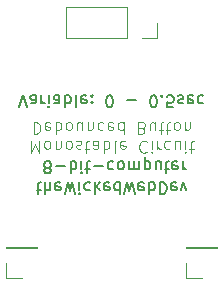
<source format=gbr>
%TF.GenerationSoftware,KiCad,Pcbnew,(5.1.10-1-10_14)*%
%TF.CreationDate,2021-09-09T23:45:50-04:00*%
%TF.ProjectId,breadboard-clock,62726561-6462-46f6-9172-642d636c6f63,rev?*%
%TF.SameCoordinates,Original*%
%TF.FileFunction,Legend,Bot*%
%TF.FilePolarity,Positive*%
%FSLAX46Y46*%
G04 Gerber Fmt 4.6, Leading zero omitted, Abs format (unit mm)*
G04 Created by KiCad (PCBNEW (5.1.10-1-10_14)) date 2021-09-09 23:45:50*
%MOMM*%
%LPD*%
G01*
G04 APERTURE LIST*
%ADD10C,0.150000*%
%ADD11C,0.100000*%
%ADD12C,0.120000*%
G04 APERTURE END LIST*
D10*
X202962857Y-83859619D02*
X203296190Y-82859619D01*
X203629523Y-83859619D01*
X204391428Y-82859619D02*
X204391428Y-83383428D01*
X204343809Y-83478666D01*
X204248571Y-83526285D01*
X204058095Y-83526285D01*
X203962857Y-83478666D01*
X204391428Y-82907238D02*
X204296190Y-82859619D01*
X204058095Y-82859619D01*
X203962857Y-82907238D01*
X203915238Y-83002476D01*
X203915238Y-83097714D01*
X203962857Y-83192952D01*
X204058095Y-83240571D01*
X204296190Y-83240571D01*
X204391428Y-83288190D01*
X204867619Y-82859619D02*
X204867619Y-83526285D01*
X204867619Y-83335809D02*
X204915238Y-83431047D01*
X204962857Y-83478666D01*
X205058095Y-83526285D01*
X205153333Y-83526285D01*
X205486666Y-82859619D02*
X205486666Y-83526285D01*
X205486666Y-83859619D02*
X205439047Y-83812000D01*
X205486666Y-83764380D01*
X205534285Y-83812000D01*
X205486666Y-83859619D01*
X205486666Y-83764380D01*
X206391428Y-82859619D02*
X206391428Y-83383428D01*
X206343809Y-83478666D01*
X206248571Y-83526285D01*
X206058095Y-83526285D01*
X205962857Y-83478666D01*
X206391428Y-82907238D02*
X206296190Y-82859619D01*
X206058095Y-82859619D01*
X205962857Y-82907238D01*
X205915238Y-83002476D01*
X205915238Y-83097714D01*
X205962857Y-83192952D01*
X206058095Y-83240571D01*
X206296190Y-83240571D01*
X206391428Y-83288190D01*
X206867619Y-82859619D02*
X206867619Y-83859619D01*
X206867619Y-83478666D02*
X206962857Y-83526285D01*
X207153333Y-83526285D01*
X207248571Y-83478666D01*
X207296190Y-83431047D01*
X207343809Y-83335809D01*
X207343809Y-83050095D01*
X207296190Y-82954857D01*
X207248571Y-82907238D01*
X207153333Y-82859619D01*
X206962857Y-82859619D01*
X206867619Y-82907238D01*
X207915238Y-82859619D02*
X207820000Y-82907238D01*
X207772380Y-83002476D01*
X207772380Y-83859619D01*
X208677142Y-82907238D02*
X208581904Y-82859619D01*
X208391428Y-82859619D01*
X208296190Y-82907238D01*
X208248571Y-83002476D01*
X208248571Y-83383428D01*
X208296190Y-83478666D01*
X208391428Y-83526285D01*
X208581904Y-83526285D01*
X208677142Y-83478666D01*
X208724761Y-83383428D01*
X208724761Y-83288190D01*
X208248571Y-83192952D01*
X209153333Y-82954857D02*
X209200952Y-82907238D01*
X209153333Y-82859619D01*
X209105714Y-82907238D01*
X209153333Y-82954857D01*
X209153333Y-82859619D01*
X209153333Y-83478666D02*
X209200952Y-83431047D01*
X209153333Y-83383428D01*
X209105714Y-83431047D01*
X209153333Y-83478666D01*
X209153333Y-83383428D01*
X210581904Y-83859619D02*
X210677142Y-83859619D01*
X210772380Y-83812000D01*
X210820000Y-83764380D01*
X210867619Y-83669142D01*
X210915238Y-83478666D01*
X210915238Y-83240571D01*
X210867619Y-83050095D01*
X210820000Y-82954857D01*
X210772380Y-82907238D01*
X210677142Y-82859619D01*
X210581904Y-82859619D01*
X210486666Y-82907238D01*
X210439047Y-82954857D01*
X210391428Y-83050095D01*
X210343809Y-83240571D01*
X210343809Y-83478666D01*
X210391428Y-83669142D01*
X210439047Y-83764380D01*
X210486666Y-83812000D01*
X210581904Y-83859619D01*
X212105714Y-83240571D02*
X212867619Y-83240571D01*
X214296190Y-83859619D02*
X214391428Y-83859619D01*
X214486666Y-83812000D01*
X214534285Y-83764380D01*
X214581904Y-83669142D01*
X214629523Y-83478666D01*
X214629523Y-83240571D01*
X214581904Y-83050095D01*
X214534285Y-82954857D01*
X214486666Y-82907238D01*
X214391428Y-82859619D01*
X214296190Y-82859619D01*
X214200952Y-82907238D01*
X214153333Y-82954857D01*
X214105714Y-83050095D01*
X214058095Y-83240571D01*
X214058095Y-83478666D01*
X214105714Y-83669142D01*
X214153333Y-83764380D01*
X214200952Y-83812000D01*
X214296190Y-83859619D01*
X215058095Y-82954857D02*
X215105714Y-82907238D01*
X215058095Y-82859619D01*
X215010476Y-82907238D01*
X215058095Y-82954857D01*
X215058095Y-82859619D01*
X216010476Y-83859619D02*
X215534285Y-83859619D01*
X215486666Y-83383428D01*
X215534285Y-83431047D01*
X215629523Y-83478666D01*
X215867619Y-83478666D01*
X215962857Y-83431047D01*
X216010476Y-83383428D01*
X216058095Y-83288190D01*
X216058095Y-83050095D01*
X216010476Y-82954857D01*
X215962857Y-82907238D01*
X215867619Y-82859619D01*
X215629523Y-82859619D01*
X215534285Y-82907238D01*
X215486666Y-82954857D01*
X216439047Y-82907238D02*
X216534285Y-82859619D01*
X216724761Y-82859619D01*
X216820000Y-82907238D01*
X216867619Y-83002476D01*
X216867619Y-83050095D01*
X216820000Y-83145333D01*
X216724761Y-83192952D01*
X216581904Y-83192952D01*
X216486666Y-83240571D01*
X216439047Y-83335809D01*
X216439047Y-83383428D01*
X216486666Y-83478666D01*
X216581904Y-83526285D01*
X216724761Y-83526285D01*
X216820000Y-83478666D01*
X217677142Y-82907238D02*
X217581904Y-82859619D01*
X217391428Y-82859619D01*
X217296190Y-82907238D01*
X217248571Y-83002476D01*
X217248571Y-83383428D01*
X217296190Y-83478666D01*
X217391428Y-83526285D01*
X217581904Y-83526285D01*
X217677142Y-83478666D01*
X217724761Y-83383428D01*
X217724761Y-83288190D01*
X217248571Y-83192952D01*
X218581904Y-82907238D02*
X218486666Y-82859619D01*
X218296190Y-82859619D01*
X218200952Y-82907238D01*
X218153333Y-82954857D01*
X218105714Y-83050095D01*
X218105714Y-83335809D01*
X218153333Y-83431047D01*
X218200952Y-83478666D01*
X218296190Y-83526285D01*
X218486666Y-83526285D01*
X218581904Y-83478666D01*
D11*
X204010476Y-86707619D02*
X204010476Y-87707619D01*
X204343809Y-86993333D01*
X204677142Y-87707619D01*
X204677142Y-86707619D01*
X205296190Y-86707619D02*
X205200952Y-86755238D01*
X205153333Y-86802857D01*
X205105714Y-86898095D01*
X205105714Y-87183809D01*
X205153333Y-87279047D01*
X205200952Y-87326666D01*
X205296190Y-87374285D01*
X205439047Y-87374285D01*
X205534285Y-87326666D01*
X205581904Y-87279047D01*
X205629523Y-87183809D01*
X205629523Y-86898095D01*
X205581904Y-86802857D01*
X205534285Y-86755238D01*
X205439047Y-86707619D01*
X205296190Y-86707619D01*
X206058095Y-87374285D02*
X206058095Y-86707619D01*
X206058095Y-87279047D02*
X206105714Y-87326666D01*
X206200952Y-87374285D01*
X206343809Y-87374285D01*
X206439047Y-87326666D01*
X206486666Y-87231428D01*
X206486666Y-86707619D01*
X207105714Y-86707619D02*
X207010476Y-86755238D01*
X206962857Y-86802857D01*
X206915238Y-86898095D01*
X206915238Y-87183809D01*
X206962857Y-87279047D01*
X207010476Y-87326666D01*
X207105714Y-87374285D01*
X207248571Y-87374285D01*
X207343809Y-87326666D01*
X207391428Y-87279047D01*
X207439047Y-87183809D01*
X207439047Y-86898095D01*
X207391428Y-86802857D01*
X207343809Y-86755238D01*
X207248571Y-86707619D01*
X207105714Y-86707619D01*
X207820000Y-86755238D02*
X207915238Y-86707619D01*
X208105714Y-86707619D01*
X208200952Y-86755238D01*
X208248571Y-86850476D01*
X208248571Y-86898095D01*
X208200952Y-86993333D01*
X208105714Y-87040952D01*
X207962857Y-87040952D01*
X207867619Y-87088571D01*
X207820000Y-87183809D01*
X207820000Y-87231428D01*
X207867619Y-87326666D01*
X207962857Y-87374285D01*
X208105714Y-87374285D01*
X208200952Y-87326666D01*
X208534285Y-87374285D02*
X208915238Y-87374285D01*
X208677142Y-87707619D02*
X208677142Y-86850476D01*
X208724761Y-86755238D01*
X208820000Y-86707619D01*
X208915238Y-86707619D01*
X209677142Y-86707619D02*
X209677142Y-87231428D01*
X209629523Y-87326666D01*
X209534285Y-87374285D01*
X209343809Y-87374285D01*
X209248571Y-87326666D01*
X209677142Y-86755238D02*
X209581904Y-86707619D01*
X209343809Y-86707619D01*
X209248571Y-86755238D01*
X209200952Y-86850476D01*
X209200952Y-86945714D01*
X209248571Y-87040952D01*
X209343809Y-87088571D01*
X209581904Y-87088571D01*
X209677142Y-87136190D01*
X210153333Y-86707619D02*
X210153333Y-87707619D01*
X210153333Y-87326666D02*
X210248571Y-87374285D01*
X210439047Y-87374285D01*
X210534285Y-87326666D01*
X210581904Y-87279047D01*
X210629523Y-87183809D01*
X210629523Y-86898095D01*
X210581904Y-86802857D01*
X210534285Y-86755238D01*
X210439047Y-86707619D01*
X210248571Y-86707619D01*
X210153333Y-86755238D01*
X211200952Y-86707619D02*
X211105714Y-86755238D01*
X211058095Y-86850476D01*
X211058095Y-87707619D01*
X211962857Y-86755238D02*
X211867619Y-86707619D01*
X211677142Y-86707619D01*
X211581904Y-86755238D01*
X211534285Y-86850476D01*
X211534285Y-87231428D01*
X211581904Y-87326666D01*
X211677142Y-87374285D01*
X211867619Y-87374285D01*
X211962857Y-87326666D01*
X212010476Y-87231428D01*
X212010476Y-87136190D01*
X211534285Y-87040952D01*
X213772380Y-86802857D02*
X213724761Y-86755238D01*
X213581904Y-86707619D01*
X213486666Y-86707619D01*
X213343809Y-86755238D01*
X213248571Y-86850476D01*
X213200952Y-86945714D01*
X213153333Y-87136190D01*
X213153333Y-87279047D01*
X213200952Y-87469523D01*
X213248571Y-87564761D01*
X213343809Y-87660000D01*
X213486666Y-87707619D01*
X213581904Y-87707619D01*
X213724761Y-87660000D01*
X213772380Y-87612380D01*
X214200952Y-86707619D02*
X214200952Y-87374285D01*
X214200952Y-87707619D02*
X214153333Y-87660000D01*
X214200952Y-87612380D01*
X214248571Y-87660000D01*
X214200952Y-87707619D01*
X214200952Y-87612380D01*
X214677142Y-86707619D02*
X214677142Y-87374285D01*
X214677142Y-87183809D02*
X214724761Y-87279047D01*
X214772380Y-87326666D01*
X214867619Y-87374285D01*
X214962857Y-87374285D01*
X215724761Y-86755238D02*
X215629523Y-86707619D01*
X215439047Y-86707619D01*
X215343809Y-86755238D01*
X215296190Y-86802857D01*
X215248571Y-86898095D01*
X215248571Y-87183809D01*
X215296190Y-87279047D01*
X215343809Y-87326666D01*
X215439047Y-87374285D01*
X215629523Y-87374285D01*
X215724761Y-87326666D01*
X216581904Y-87374285D02*
X216581904Y-86707619D01*
X216153333Y-87374285D02*
X216153333Y-86850476D01*
X216200952Y-86755238D01*
X216296190Y-86707619D01*
X216439047Y-86707619D01*
X216534285Y-86755238D01*
X216581904Y-86802857D01*
X217058095Y-86707619D02*
X217058095Y-87374285D01*
X217058095Y-87707619D02*
X217010476Y-87660000D01*
X217058095Y-87612380D01*
X217105714Y-87660000D01*
X217058095Y-87707619D01*
X217058095Y-87612380D01*
X217391428Y-87374285D02*
X217772380Y-87374285D01*
X217534285Y-87707619D02*
X217534285Y-86850476D01*
X217581904Y-86755238D01*
X217677142Y-86707619D01*
X217772380Y-86707619D01*
X204200952Y-85107619D02*
X204200952Y-86107619D01*
X204439047Y-86107619D01*
X204581904Y-86060000D01*
X204677142Y-85964761D01*
X204724761Y-85869523D01*
X204772380Y-85679047D01*
X204772380Y-85536190D01*
X204724761Y-85345714D01*
X204677142Y-85250476D01*
X204581904Y-85155238D01*
X204439047Y-85107619D01*
X204200952Y-85107619D01*
X205581904Y-85155238D02*
X205486666Y-85107619D01*
X205296190Y-85107619D01*
X205200952Y-85155238D01*
X205153333Y-85250476D01*
X205153333Y-85631428D01*
X205200952Y-85726666D01*
X205296190Y-85774285D01*
X205486666Y-85774285D01*
X205581904Y-85726666D01*
X205629523Y-85631428D01*
X205629523Y-85536190D01*
X205153333Y-85440952D01*
X206058095Y-85107619D02*
X206058095Y-86107619D01*
X206058095Y-85726666D02*
X206153333Y-85774285D01*
X206343809Y-85774285D01*
X206439047Y-85726666D01*
X206486666Y-85679047D01*
X206534285Y-85583809D01*
X206534285Y-85298095D01*
X206486666Y-85202857D01*
X206439047Y-85155238D01*
X206343809Y-85107619D01*
X206153333Y-85107619D01*
X206058095Y-85155238D01*
X207105714Y-85107619D02*
X207010476Y-85155238D01*
X206962857Y-85202857D01*
X206915238Y-85298095D01*
X206915238Y-85583809D01*
X206962857Y-85679047D01*
X207010476Y-85726666D01*
X207105714Y-85774285D01*
X207248571Y-85774285D01*
X207343809Y-85726666D01*
X207391428Y-85679047D01*
X207439047Y-85583809D01*
X207439047Y-85298095D01*
X207391428Y-85202857D01*
X207343809Y-85155238D01*
X207248571Y-85107619D01*
X207105714Y-85107619D01*
X208296190Y-85774285D02*
X208296190Y-85107619D01*
X207867619Y-85774285D02*
X207867619Y-85250476D01*
X207915238Y-85155238D01*
X208010476Y-85107619D01*
X208153333Y-85107619D01*
X208248571Y-85155238D01*
X208296190Y-85202857D01*
X208772380Y-85774285D02*
X208772380Y-85107619D01*
X208772380Y-85679047D02*
X208820000Y-85726666D01*
X208915238Y-85774285D01*
X209058095Y-85774285D01*
X209153333Y-85726666D01*
X209200952Y-85631428D01*
X209200952Y-85107619D01*
X210105714Y-85155238D02*
X210010476Y-85107619D01*
X209820000Y-85107619D01*
X209724761Y-85155238D01*
X209677142Y-85202857D01*
X209629523Y-85298095D01*
X209629523Y-85583809D01*
X209677142Y-85679047D01*
X209724761Y-85726666D01*
X209820000Y-85774285D01*
X210010476Y-85774285D01*
X210105714Y-85726666D01*
X210915238Y-85155238D02*
X210820000Y-85107619D01*
X210629523Y-85107619D01*
X210534285Y-85155238D01*
X210486666Y-85250476D01*
X210486666Y-85631428D01*
X210534285Y-85726666D01*
X210629523Y-85774285D01*
X210820000Y-85774285D01*
X210915238Y-85726666D01*
X210962857Y-85631428D01*
X210962857Y-85536190D01*
X210486666Y-85440952D01*
X211820000Y-85107619D02*
X211820000Y-86107619D01*
X211820000Y-85155238D02*
X211724761Y-85107619D01*
X211534285Y-85107619D01*
X211439047Y-85155238D01*
X211391428Y-85202857D01*
X211343809Y-85298095D01*
X211343809Y-85583809D01*
X211391428Y-85679047D01*
X211439047Y-85726666D01*
X211534285Y-85774285D01*
X211724761Y-85774285D01*
X211820000Y-85726666D01*
X213391428Y-85631428D02*
X213534285Y-85583809D01*
X213581904Y-85536190D01*
X213629523Y-85440952D01*
X213629523Y-85298095D01*
X213581904Y-85202857D01*
X213534285Y-85155238D01*
X213439047Y-85107619D01*
X213058095Y-85107619D01*
X213058095Y-86107619D01*
X213391428Y-86107619D01*
X213486666Y-86060000D01*
X213534285Y-86012380D01*
X213581904Y-85917142D01*
X213581904Y-85821904D01*
X213534285Y-85726666D01*
X213486666Y-85679047D01*
X213391428Y-85631428D01*
X213058095Y-85631428D01*
X214486666Y-85774285D02*
X214486666Y-85107619D01*
X214058095Y-85774285D02*
X214058095Y-85250476D01*
X214105714Y-85155238D01*
X214200952Y-85107619D01*
X214343809Y-85107619D01*
X214439047Y-85155238D01*
X214486666Y-85202857D01*
X214820000Y-85774285D02*
X215200952Y-85774285D01*
X214962857Y-86107619D02*
X214962857Y-85250476D01*
X215010476Y-85155238D01*
X215105714Y-85107619D01*
X215200952Y-85107619D01*
X215391428Y-85774285D02*
X215772380Y-85774285D01*
X215534285Y-86107619D02*
X215534285Y-85250476D01*
X215581904Y-85155238D01*
X215677142Y-85107619D01*
X215772380Y-85107619D01*
X216248571Y-85107619D02*
X216153333Y-85155238D01*
X216105714Y-85202857D01*
X216058095Y-85298095D01*
X216058095Y-85583809D01*
X216105714Y-85679047D01*
X216153333Y-85726666D01*
X216248571Y-85774285D01*
X216391428Y-85774285D01*
X216486666Y-85726666D01*
X216534285Y-85679047D01*
X216581904Y-85583809D01*
X216581904Y-85298095D01*
X216534285Y-85202857D01*
X216486666Y-85155238D01*
X216391428Y-85107619D01*
X216248571Y-85107619D01*
X217010476Y-85774285D02*
X217010476Y-85107619D01*
X217010476Y-85679047D02*
X217058095Y-85726666D01*
X217153333Y-85774285D01*
X217296190Y-85774285D01*
X217391428Y-85726666D01*
X217439047Y-85631428D01*
X217439047Y-85107619D01*
D10*
X205288285Y-89019047D02*
X205193047Y-89066666D01*
X205145428Y-89114285D01*
X205097809Y-89209523D01*
X205097809Y-89257142D01*
X205145428Y-89352380D01*
X205193047Y-89400000D01*
X205288285Y-89447619D01*
X205478761Y-89447619D01*
X205574000Y-89400000D01*
X205621619Y-89352380D01*
X205669238Y-89257142D01*
X205669238Y-89209523D01*
X205621619Y-89114285D01*
X205574000Y-89066666D01*
X205478761Y-89019047D01*
X205288285Y-89019047D01*
X205193047Y-88971428D01*
X205145428Y-88923809D01*
X205097809Y-88828571D01*
X205097809Y-88638095D01*
X205145428Y-88542857D01*
X205193047Y-88495238D01*
X205288285Y-88447619D01*
X205478761Y-88447619D01*
X205574000Y-88495238D01*
X205621619Y-88542857D01*
X205669238Y-88638095D01*
X205669238Y-88828571D01*
X205621619Y-88923809D01*
X205574000Y-88971428D01*
X205478761Y-89019047D01*
X206097809Y-88828571D02*
X206859714Y-88828571D01*
X207335904Y-88447619D02*
X207335904Y-89447619D01*
X207335904Y-89066666D02*
X207431142Y-89114285D01*
X207621619Y-89114285D01*
X207716857Y-89066666D01*
X207764476Y-89019047D01*
X207812095Y-88923809D01*
X207812095Y-88638095D01*
X207764476Y-88542857D01*
X207716857Y-88495238D01*
X207621619Y-88447619D01*
X207431142Y-88447619D01*
X207335904Y-88495238D01*
X208240666Y-88447619D02*
X208240666Y-89114285D01*
X208240666Y-89447619D02*
X208193047Y-89400000D01*
X208240666Y-89352380D01*
X208288285Y-89400000D01*
X208240666Y-89447619D01*
X208240666Y-89352380D01*
X208574000Y-89114285D02*
X208954952Y-89114285D01*
X208716857Y-89447619D02*
X208716857Y-88590476D01*
X208764476Y-88495238D01*
X208859714Y-88447619D01*
X208954952Y-88447619D01*
X209288285Y-88828571D02*
X210050190Y-88828571D01*
X210954952Y-88495238D02*
X210859714Y-88447619D01*
X210669238Y-88447619D01*
X210574000Y-88495238D01*
X210526380Y-88542857D01*
X210478761Y-88638095D01*
X210478761Y-88923809D01*
X210526380Y-89019047D01*
X210574000Y-89066666D01*
X210669238Y-89114285D01*
X210859714Y-89114285D01*
X210954952Y-89066666D01*
X211526380Y-88447619D02*
X211431142Y-88495238D01*
X211383523Y-88542857D01*
X211335904Y-88638095D01*
X211335904Y-88923809D01*
X211383523Y-89019047D01*
X211431142Y-89066666D01*
X211526380Y-89114285D01*
X211669238Y-89114285D01*
X211764476Y-89066666D01*
X211812095Y-89019047D01*
X211859714Y-88923809D01*
X211859714Y-88638095D01*
X211812095Y-88542857D01*
X211764476Y-88495238D01*
X211669238Y-88447619D01*
X211526380Y-88447619D01*
X212288285Y-88447619D02*
X212288285Y-89114285D01*
X212288285Y-89019047D02*
X212335904Y-89066666D01*
X212431142Y-89114285D01*
X212574000Y-89114285D01*
X212669238Y-89066666D01*
X212716857Y-88971428D01*
X212716857Y-88447619D01*
X212716857Y-88971428D02*
X212764476Y-89066666D01*
X212859714Y-89114285D01*
X213002571Y-89114285D01*
X213097809Y-89066666D01*
X213145428Y-88971428D01*
X213145428Y-88447619D01*
X213621619Y-89114285D02*
X213621619Y-88114285D01*
X213621619Y-89066666D02*
X213716857Y-89114285D01*
X213907333Y-89114285D01*
X214002571Y-89066666D01*
X214050190Y-89019047D01*
X214097809Y-88923809D01*
X214097809Y-88638095D01*
X214050190Y-88542857D01*
X214002571Y-88495238D01*
X213907333Y-88447619D01*
X213716857Y-88447619D01*
X213621619Y-88495238D01*
X214954952Y-89114285D02*
X214954952Y-88447619D01*
X214526380Y-89114285D02*
X214526380Y-88590476D01*
X214574000Y-88495238D01*
X214669238Y-88447619D01*
X214812095Y-88447619D01*
X214907333Y-88495238D01*
X214954952Y-88542857D01*
X215288285Y-89114285D02*
X215669238Y-89114285D01*
X215431142Y-89447619D02*
X215431142Y-88590476D01*
X215478761Y-88495238D01*
X215574000Y-88447619D01*
X215669238Y-88447619D01*
X216383523Y-88495238D02*
X216288285Y-88447619D01*
X216097809Y-88447619D01*
X216002571Y-88495238D01*
X215954952Y-88590476D01*
X215954952Y-88971428D01*
X216002571Y-89066666D01*
X216097809Y-89114285D01*
X216288285Y-89114285D01*
X216383523Y-89066666D01*
X216431142Y-88971428D01*
X216431142Y-88876190D01*
X215954952Y-88780952D01*
X216859714Y-88447619D02*
X216859714Y-89114285D01*
X216859714Y-88923809D02*
X216907333Y-89019047D01*
X216954952Y-89066666D01*
X217050190Y-89114285D01*
X217145428Y-89114285D01*
X204462857Y-90892285D02*
X204843809Y-90892285D01*
X204605714Y-91225619D02*
X204605714Y-90368476D01*
X204653333Y-90273238D01*
X204748571Y-90225619D01*
X204843809Y-90225619D01*
X205177142Y-90225619D02*
X205177142Y-91225619D01*
X205605714Y-90225619D02*
X205605714Y-90749428D01*
X205558095Y-90844666D01*
X205462857Y-90892285D01*
X205320000Y-90892285D01*
X205224761Y-90844666D01*
X205177142Y-90797047D01*
X206462857Y-90273238D02*
X206367619Y-90225619D01*
X206177142Y-90225619D01*
X206081904Y-90273238D01*
X206034285Y-90368476D01*
X206034285Y-90749428D01*
X206081904Y-90844666D01*
X206177142Y-90892285D01*
X206367619Y-90892285D01*
X206462857Y-90844666D01*
X206510476Y-90749428D01*
X206510476Y-90654190D01*
X206034285Y-90558952D01*
X206843809Y-91225619D02*
X207081904Y-90225619D01*
X207272380Y-90939904D01*
X207462857Y-90225619D01*
X207700952Y-91225619D01*
X208081904Y-90225619D02*
X208081904Y-90892285D01*
X208081904Y-91225619D02*
X208034285Y-91178000D01*
X208081904Y-91130380D01*
X208129523Y-91178000D01*
X208081904Y-91225619D01*
X208081904Y-91130380D01*
X208986666Y-90273238D02*
X208891428Y-90225619D01*
X208700952Y-90225619D01*
X208605714Y-90273238D01*
X208558095Y-90320857D01*
X208510476Y-90416095D01*
X208510476Y-90701809D01*
X208558095Y-90797047D01*
X208605714Y-90844666D01*
X208700952Y-90892285D01*
X208891428Y-90892285D01*
X208986666Y-90844666D01*
X209415238Y-90225619D02*
X209415238Y-91225619D01*
X209510476Y-90606571D02*
X209796190Y-90225619D01*
X209796190Y-90892285D02*
X209415238Y-90511333D01*
X210605714Y-90273238D02*
X210510476Y-90225619D01*
X210320000Y-90225619D01*
X210224761Y-90273238D01*
X210177142Y-90368476D01*
X210177142Y-90749428D01*
X210224761Y-90844666D01*
X210320000Y-90892285D01*
X210510476Y-90892285D01*
X210605714Y-90844666D01*
X210653333Y-90749428D01*
X210653333Y-90654190D01*
X210177142Y-90558952D01*
X211510476Y-90225619D02*
X211510476Y-91225619D01*
X211510476Y-90273238D02*
X211415238Y-90225619D01*
X211224761Y-90225619D01*
X211129523Y-90273238D01*
X211081904Y-90320857D01*
X211034285Y-90416095D01*
X211034285Y-90701809D01*
X211081904Y-90797047D01*
X211129523Y-90844666D01*
X211224761Y-90892285D01*
X211415238Y-90892285D01*
X211510476Y-90844666D01*
X211891428Y-91225619D02*
X212129523Y-90225619D01*
X212320000Y-90939904D01*
X212510476Y-90225619D01*
X212748571Y-91225619D01*
X213510476Y-90273238D02*
X213415238Y-90225619D01*
X213224761Y-90225619D01*
X213129523Y-90273238D01*
X213081904Y-90368476D01*
X213081904Y-90749428D01*
X213129523Y-90844666D01*
X213224761Y-90892285D01*
X213415238Y-90892285D01*
X213510476Y-90844666D01*
X213558095Y-90749428D01*
X213558095Y-90654190D01*
X213081904Y-90558952D01*
X213986666Y-90225619D02*
X213986666Y-91225619D01*
X213986666Y-90844666D02*
X214081904Y-90892285D01*
X214272380Y-90892285D01*
X214367619Y-90844666D01*
X214415238Y-90797047D01*
X214462857Y-90701809D01*
X214462857Y-90416095D01*
X214415238Y-90320857D01*
X214367619Y-90273238D01*
X214272380Y-90225619D01*
X214081904Y-90225619D01*
X213986666Y-90273238D01*
X214891428Y-90225619D02*
X214891428Y-91225619D01*
X215129523Y-91225619D01*
X215272380Y-91178000D01*
X215367619Y-91082761D01*
X215415238Y-90987523D01*
X215462857Y-90797047D01*
X215462857Y-90654190D01*
X215415238Y-90463714D01*
X215367619Y-90368476D01*
X215272380Y-90273238D01*
X215129523Y-90225619D01*
X214891428Y-90225619D01*
X216272380Y-90273238D02*
X216177142Y-90225619D01*
X215986666Y-90225619D01*
X215891428Y-90273238D01*
X215843809Y-90368476D01*
X215843809Y-90749428D01*
X215891428Y-90844666D01*
X215986666Y-90892285D01*
X216177142Y-90892285D01*
X216272380Y-90844666D01*
X216320000Y-90749428D01*
X216320000Y-90654190D01*
X215843809Y-90558952D01*
X216653333Y-90892285D02*
X216891428Y-90225619D01*
X217129523Y-90892285D01*
D12*
%TO.C,J4*%
X217110000Y-95698000D02*
X219770000Y-95698000D01*
X217110000Y-95758000D02*
X217110000Y-95698000D01*
X219770000Y-95758000D02*
X219770000Y-95698000D01*
X217110000Y-95758000D02*
X219770000Y-95758000D01*
X217110000Y-97028000D02*
X217110000Y-98358000D01*
X217110000Y-98358000D02*
X218440000Y-98358000D01*
%TO.C,J3*%
X201870000Y-95698000D02*
X204530000Y-95698000D01*
X201870000Y-95758000D02*
X201870000Y-95698000D01*
X204530000Y-95758000D02*
X204530000Y-95698000D01*
X201870000Y-95758000D02*
X204530000Y-95758000D01*
X201870000Y-97028000D02*
X201870000Y-98358000D01*
X201870000Y-98358000D02*
X203200000Y-98358000D01*
%TO.C,J2*%
X206950000Y-78038000D02*
X206950000Y-75378000D01*
X212090000Y-78038000D02*
X206950000Y-78038000D01*
X212090000Y-75378000D02*
X206950000Y-75378000D01*
X212090000Y-78038000D02*
X212090000Y-75378000D01*
X213360000Y-78038000D02*
X214690000Y-78038000D01*
X214690000Y-78038000D02*
X214690000Y-76708000D01*
%TD*%
M02*

</source>
